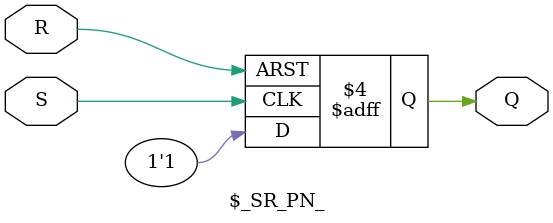
<source format=v>

module \$_SR_PN_ (S, R, Q);
input S, R;
output reg Q;
always @(posedge S, negedge R) begin
	if (R == 0)
		Q <= 0;
	else if (S == 1)
		Q <= 1;
end
endmodule

</source>
